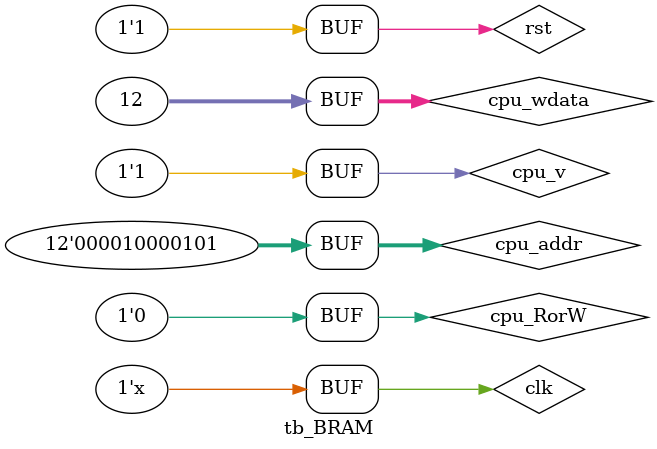
<source format=v>
`timescale 1ns / 1ps


module tb_BRAM(

    );
    reg clk,rst,cpu_v,cpu_RorW;
    reg [11:0]cpu_addr;
    reg [31:0]cpu_wdata;
    wire [1:0]state;
    wire [11:0]count;
    wire hit,hit1,hit2,way;
    wire cpu_ready;
    wire [31:0]cpu_rdata;
    initial
    begin
    clk=0;
    rst=0;
    cpu_v=1'b1;
    cpu_RorW=1'b0;//¶ÁÖ÷´æ¿é17£¬µÍ32Î»£¬cache²»ÃüÖÐ£¬µ÷Ö÷´æÔÙ¶Á£¬3£¬ÎÞÔàÎ»
    cpu_addr=12'b000001_0001_00;
    cpu_wdata=32'hf;
    #1
    rst=1;
    #99
    cpu_RorW=1'b1;//Ð´Ö÷´æ¿é17 ´Î32Î»£¬cacheÃüÖÐ 1 ±äÔà
    cpu_addr=12'b000001_0001_01;
    cpu_wdata=32'hf;
    #100
    cpu_RorW=1'b0;//¶ÁÖ÷´æ¿é17 ´Î32Î» cacheÃüÖÐ 1
    cpu_addr=12'b000001_0001_01;
    cpu_wdata=32'hf;
    #100
    cpu_RorW=1'b1;//Ð´Ö÷´æ¿é33 ´Î32Î» cache²»ÃüÖÐ£¬µ÷Ö÷´æÔÙÐ´ 3£¬ÎÞÔàÎ» ±äÔà
    cpu_addr=12'b000010_0001_01;
    cpu_wdata=32'he;
    #100
    cpu_RorW=1'b1;//Ð´Ö÷´æ¿é1 ´Î32Î» cache²»ÃüÖÐ 3£¬ÔàÎ»
    cpu_addr=12'b000000_0001_01;
    cpu_wdata=32'hc;
    #100
    cpu_RorW=1'b0;//¶ÁÖ÷´æ¿é33 ´Î32Î» cache²»ÃüÖÐ 3£¬ÔàÎ»
    cpu_addr=12'b000010_0001_01;
    cpu_wdata=32'hc;
    end
    always#5
    clk=~clk;
    
    BRAM u_BRAM(
clk,rst,cpu_v,cpu_RorW,cpu_addr,cpu_wdata,cpu_ready,cpu_rdata,state,count,hit,hit1,hit2,way );
endmodule


</source>
